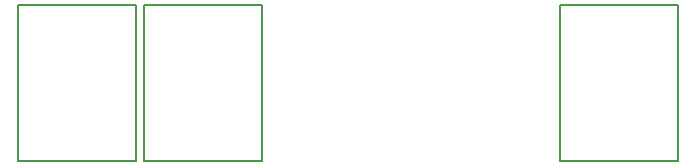
<source format=gbr>
%TF.GenerationSoftware,Altium Limited,Altium Designer,22.11.1 (43)*%
G04 Layer_Color=8388736*
%FSLAX45Y45*%
%MOMM*%
%TF.SameCoordinates,CC3570FD-A2D7-4FBA-AFAC-830B96578B4B*%
%TF.FilePolarity,Positive*%
%TF.FileFunction,Other,Top_3D_Body*%
%TF.Part,Single*%
G01*
G75*
%TA.AperFunction,NonConductor*%
%ADD25C,0.20000*%
D25*
X6589500Y1041000D02*
Y2359000D01*
Y1041000D02*
X7587500D01*
Y2359000D01*
X6589500D02*
X7587500D01*
X3071000Y1041000D02*
Y2359000D01*
Y1041000D02*
X4069000D01*
Y2359000D01*
X3071000D02*
X4069000D01*
X2001000Y1041000D02*
Y2359000D01*
Y1041000D02*
X2999000D01*
Y2359000D01*
X2001000D02*
X2999000D01*
%TF.MD5,bc96f78286582f122d267c824e1109c1*%
M02*

</source>
